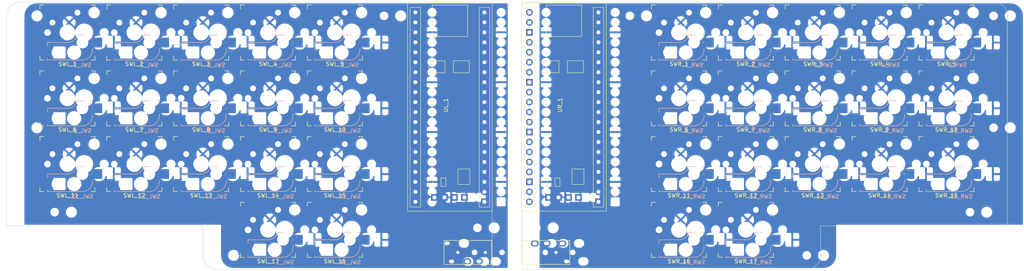
<source format=kicad_pcb>
(kicad_pcb (version 20211014) (generator pcbnew)
  (title_block (title "Ursa Keyboard") (date "2022-12-07") (rev "1.0"))
  (layers (0 "F.Cu" signal) (31 "B.Cu" power) (34 "B.Paste" user) (35 "F.Paste" user) (36 "B.SilkS" user "B.Silkscreen") (37 "F.SilkS" user "F.Silkscreen") (38 "B.Mask" user) (39 "F.Mask" user) (44 "Edge.Cuts" user))
  (net 0 "")
  (net 9 "/swl_1")
  (net 10 "GND_L")
  (net 11 "/swl_2")
  (net 12 "/swl_3")
  (net 13 "/swl_4")
  (net 14 "/swl_5")
  (net 15 "/swl_6")
  (net 16 "/swl_7")
  (net 17 "/swl_8")
  (net 18 "/swl_9")
  (net 19 "/swl_10")
  (net 20 "/swl_11")
  (net 21 "/swl_12")
  (net 22 "/swl_13")
  (net 23 "/swl_14")
  (net 24 "/swl_15")
  (net 25 "/swl_16")
  (net 26 "/swl_17")
  (net 27 "/swr_1")
  (net 28 "/swr_2")
  (net 29 "/swr_3")
  (net 30 "/swr_4")
  (net 31 "/swr_5")
  (net 32 "/swr_6")
  (net 33 "/swr_7")
  (net 34 "/swr_8")
  (net 35 "/swr_9")
  (net 36 "/swr_10")
  (net 37 "/swr_11")
  (net 38 "/swr_12")
  (net 39 "/swr_13")
  (net 40 "/swr_14")
  (net 41 "/swr_15")
  (net 42 "/swr_16")
  (net 43 "/swr_17")
  (net 68 "GND_R")
  (footprint "keyswitches:Kailh_socket_MX_optional" (layer "F.Cu") (at 193.25 102.75)
    (fp_text reference "SWR_16" (at 0 8) (layer "F.SilkS"))
    (fp_text value "SW_Push")
    (fp_text user "${REFERENCE}" (at 3.81 8.255) (layer "B.SilkS") (effects (justify mirror)))
    (pad "" np_thru_hole circle (at 3.81 2.54) (size 3 3) (drill 3) (layers *.Cu *.Mask))
    (pad "" np_thru_hole circle (at 0 0) (size 3.9878 3.9878) (drill 3.9878) (layers *.Cu *.Mask))
    (pad "" np_thru_hole circle (at -5.08 0) (size 1.7018 1.7018) (drill 1.7018) (layers *.Cu *.Mask))
    (pad "" np_thru_hole circle (at 5.08 0) (size 1.7018 1.7018) (drill 1.7018) (layers *.Cu *.Mask))
    (pad "" np_thru_hole circle (at -2.54 5.08) (size 3 3) (drill 3) (layers *.Cu *.Mask))
    (pad "1" thru_hole circle (at 2.54 -5.08) (size 2.286 2.286) (drill 1.4986) (layers *.Cu *.Mask) (net 42 "/swr_16"))
    (pad "1" smd rect (at -6.29 5.08) (size 2.55 2.5) (layers "B.Cu" "B.Paste" "B.Mask") (net 42 "/swr_16"))
    (pad "2" smd rect (at 7.56 2.54) (size 2.55 2.5) (layers "B.Cu" "B.Paste" "B.Mask") (net 68 "GND_R"))
    (pad "2" thru_hole circle (at -3.81 -2.54) (size 2.286 2.286) (drill 1.4986) (layers *.Cu *.Mask) (net 68 "GND_R"))
  )
  (footprint "WeAct-RP2040-Pico:WeAct-RP2040-Pico" (layer "F.Cu") (at 164 71.5)
    (fp_text reference "UR_1" (at -1.016 -0.508 90 unlocked) (layer "F.SilkS"))
    (fp_text value "WeAct-RP2040-Pico")
    (pad "1" thru_hole circle (at -8.79 -24.142) (size 1.7 1.7) (drill 1) (layers *.Cu *.Mask) (net 27 "/swr_1"))
    (pad "2" thru_hole oval (at -8.79 -21.602) (size 1.7 1.7) (drill 1) (layers *.Cu *.Mask) (net 28 "/swr_2"))
    (pad "3" thru_hole rect (at -8.79 -19.062) (size 1.7 1.7) (drill 1) (layers *.Cu *.Mask) (net 68 "GND_R"))
    (pad "4" thru_hole oval (at -8.79 -16.522) (size 1.7 1.7) (drill 1) (layers *.Cu *.Mask) (net 29 "/swr_3"))
    (pad "5" thru_hole oval (at -8.79 -13.982) (size 1.7 1.7) (drill 1) (layers *.Cu *.Mask) (net 30 "/swr_4"))
    (pad "6" thru_hole oval (at -8.79 -11.442) (size 1.7 1.7) (drill 1) (layers *.Cu *.Mask) (net 31 "/swr_5"))
    (pad "7" thru_hole oval (at -8.79 -8.902) (size 1.7 1.7) (drill 1) (layers *.Cu *.Mask) (net 32 "/swr_6"))
    (pad "8" thru_hole rect (at -8.79 -6.362) (size 1.7 1.7) (drill 1) (layers *.Cu *.Mask) (net 68 "GND_R"))
    (pad "9" thru_hole oval (at -8.79 -3.822) (size 1.7 1.7) (drill 1) (layers *.Cu *.Mask) (net 33 "/swr_7"))
    (pad "10" thru_hole oval (at -8.79 -1.282) (size 1.7 1.7) (drill 1) (layers *.Cu *.Mask) (net 34 "/swr_8"))
    (pad "11" thru_hole oval (at -8.79 1.258) (size 1.7 1.7) (drill 1) (layers *.Cu *.Mask) (net 35 "/swr_9"))
    (pad "12" thru_hole oval (at -8.79 3.798) (size 1.7 1.7) (drill 1) (layers *.Cu *.Mask) (net 36 "/swr_10"))
    (pad "13" thru_hole rect (at -8.79 6.338) (size 1.7 1.7) (drill 1) (layers *.Cu *.Mask) (net 68 "GND_R"))
    (pad "14" thru_hole oval (at -8.79 8.878) (size 1.7 1.7) (drill 1) (layers *.Cu *.Mask) (net 37 "/swr_11"))
    (pad "15" thru_hole oval (at -8.79 11.418) (size 1.7 1.7) (drill 1) (layers *.Cu *.Mask) (net 38 "/swr_12"))
    (pad "16" thru_hole oval (at -8.79 13.958) (size 1.7 1.7) (drill 1) (layers *.Cu *.Mask) (net 39 "/swr_13"))
    (pad "17" thru_hole oval (at -8.79 16.498) (size 1.7 1.7) (drill 1) (layers *.Cu *.Mask) (net 40 "/swr_14"))
    (pad "18" thru_hole rect (at -8.79 19.038) (size 1.7 1.7) (drill 1) (layers *.Cu *.Mask) (net 68 "GND_R"))
    (pad "19" thru_hole oval (at -8.79 21.578) (size 1.7 1.7) (drill 1) (layers *.Cu *.Mask) (net 41 "/swr_15"))
    (pad "20" thru_hole oval (at -8.79 24.118) (size 1.7 1.7) (drill 1) (layers *.Cu *.Mask) (net 42 "/swr_16"))
    (pad "21" thru_hole rect (at 8.774 24.118) (size 1.7 1.7) (drill 1) (layers *.Cu *.Mask) (net 43 "/swr_17"))
    (pad "22" thru_hole oval (at 8.774 21.578) (size 1.7 1.7) (drill 1) (layers *.Cu *.Mask))
    (pad "23" thru_hole rect (at 8.774 19.038) (size 1.7 1.7) (drill 1) (layers *.Cu *.Mask) (net 68 "GND_R"))
    (pad "24" thru_hole oval (at 8.774 16.498) (size 1.7 1.7) (drill 1) (layers *.Cu *.Mask))
    (pad "25" thru_hole oval (at 8.774 13.958) (size 1.7 1.7) (drill 1) (layers *.Cu *.Mask))
    (pad "26" thru_hole oval (at 8.774 11.418) (size 1.7 1.7) (drill 1) (layers *.Cu *.Mask))
    (pad "27" thru_hole oval (at 8.774 8.878) (size 1.7 1.7) (drill 1) (layers *.Cu *.Mask))
    (pad "28" thru_hole rect (at 8.774 6.338) (size 1.7 1.7) (drill 1) (layers *.Cu *.Mask) (net 68 "GND_R"))
    (pad "29" thru_hole oval (at 8.774 3.798) (size 1.7 1.7) (drill 1) (layers *.Cu *.Mask))
    (pad "30" thru_hole oval (at 8.774 1.258) (size 1.7 1.7) (drill 1) (layers *.Cu *.Mask))
    (pad "31" thru_hole oval (at 8.774 -1.282) (size 1.7 1.7) (drill 1) (layers *.Cu *.Mask))
    (pad "32" thru_hole oval (at 8.774 -3.822) (size 1.7 1.7) (drill 1) (layers *.Cu *.Mask))
    (pad "33" thru_hole rect (at 8.774 -6.362) (size 1.7 1.7) (drill 1) (layers *.Cu *.Mask) (net 68 "GND_R"))
    (pad "34" thru_hole oval (at 8.774 -8.902) (size 1.7 1.7) (drill 1) (layers *.Cu *.Mask))
    (pad "35" thru_hole oval (at 8.774 -11.442) (size 1.7 1.7) (drill 1) (layers *.Cu *.Mask))
    (pad "36" thru_hole oval (at 8.774 -13.982) (size 1.7 1.7) (drill 1) (layers *.Cu *.Mask))
    (pad "37" thru_hole oval (at 8.774 -16.522) (size 1.7 1.7) (drill 1) (layers *.Cu *.Mask))
    (pad "38" thru_hole rect (at 8.774 -19.062) (size 1.7 1.7) (drill 1) (layers *.Cu *.Mask) (net 68 "GND_R"))
    (pad "39" thru_hole oval (at 8.774 -21.602) (size 1.7 1.7) (drill 1) (layers *.Cu *.Mask))
    (pad "40" thru_hole circle (at 8.774 -24.142) (size 1.7 1.7) (drill 1) (layers *.Cu *.Mask))
    (pad "41" thru_hole rect (at -3.937 22.987 90) (size 1.7 1.7) (drill 1) (layers *.Cu *.Mask) (net 68 "GND_R"))
    (pad "42" thru_hole rect (at -1.397 22.987 90) (size 1.7 1.7) (drill 1) (layers *.Cu *.Mask))
    (pad "43" thru_hole rect (at 1.143 22.987 90) (size 1.7 1.7) (drill 1) (layers *.Cu *.Mask))
    (pad "44" thru_hole rect (at 3.683 22.987 90) (size 1.7 1.7) (drill 1) (layers *.Cu *.Mask))
  )
  (footprint "keyswitches:Kailh_socket_MX_optional" (layer "F.Cu") (at 210.25 52.5)
    (fp_text reference "SWR_2" (at 0 8) (layer "F.SilkS"))
    (fp_text value "SW_Push")
    (fp_text user "${REFERENCE}" (at 3.81 8.255) (layer "B.SilkS") (effects (justify mirror)))
    (pad "" np_thru_hole circle (at 5.08 0) (size 1.7018 1.7018) (drill 1.7018) (layers *.Cu *.Mask))
    (pad "" np_thru_hole circle (at -5.08 0) (size 1.7018 1.7018) (drill 1.7018) (layers *.Cu *.Mask))
    (pad "" np_thru_hole circle (at 0 0) (size 3.9878 3.9878) (drill 3.9878) (layers *.Cu *.Mask))
    (pad "" np_thru_hole circle (at -2.54 5.08) (size 3 3) (drill 3) (layers *.Cu *.Mask))
    (pad "" np_thru_hole circle (at 3.81 2.54) (size 3 3) (drill 3) (layers *.Cu *.Mask))
    (pad "1" smd rect (at -6.29 5.08) (size 2.55 2.5) (layers "B.Cu" "B.Paste" "B.Mask") (net 28 "/swr_2"))
    (pad "1" thru_hole circle (at 2.54 -5.08) (size 2.286 2.286) (drill 1.4986) (layers *.Cu *.Mask) (net 28 "/swr_2"))
    (pad "2" smd rect (at 7.56 2.54) (size 2.55 2.5) (layers "B.Cu" "B.Paste" "B.Mask") (net 68 "GND_R"))
    (pad "2" thru_hole circle (at -3.81 -2.54) (size 2.286 2.286) (drill 1.4986) (layers *.Cu *.Mask) (net 68 "GND_R"))
  )
  (footprint "keyswitches:Kailh_socket_MX_optional" (layer "F.Cu") (at 244.25 69.25)
    (fp_text reference "SWR_9" (at 0 8) (layer "F.SilkS"))
    (fp_text value "SW_Push")
    (fp_text user "${REFERENCE}" (at 3.81 8.255) (layer "B.SilkS") (effects (justify mirror)))
    (pad "" np_thru_hole circle (at 3.81 2.54) (size 3 3) (drill 3) (layers *.Cu *.Mask))
    (pad "" np_thru_hole circle (at -5.08 0) (size 1.7018 1.7018) (drill 1.7018) (layers *.Cu *.Mask))
    (pad "" np_thru_hole circle (at -2.54 5.08) (size 3 3) (drill 3) (layers *.Cu *.Mask))
    (pad "" np_thru_hole circle (at 5.08 0) (size 1.7018 1.7018) (drill 1.7018) (layers *.Cu *.Mask))
    (pad "" np_thru_hole circle (at 0 0) (size 3.9878 3.9878) (drill 3.9878) (layers *.Cu *.Mask))
    (pad "1" smd rect (at -6.29 5.08) (size 2.55 2.5) (layers "B.Cu" "B.Paste" "B.Mask") (net 35 "/swr_9"))
    (pad "1" thru_hole circle (at 2.54 -5.08) (size 2.286 2.286) (drill 1.4986) (layers *.Cu *.Mask) (net 35 "/swr_9"))
    (pad "2" thru_hole circle (at -3.81 -2.54) (size 2.286 2.286) (drill 1.4986) (layers *.Cu *.Mask) (net 68 "GND_R"))
    (pad "2" smd rect (at 7.56 2.54) (size 2.55 2.5) (layers "B.Cu" "B.Paste" "B.Mask") (net 68 "GND_R"))
  )
  (footprint "keyswitches:Kailh_socket_MX_optional" (layer "F.Cu") (at 193.25 69.25)
    (fp_text reference "SWR_6" (at 0 8) (layer "F.SilkS"))
    (fp_text value "SW_Push")
    (fp_text user "${REFERENCE}" (at 3.81 8.255) (layer "B.SilkS") (effects (justify mirror)))
    (pad "" np_thru_hole circle (at 3.81 2.54) (size 3 3) (drill 3) (layers *.Cu *.Mask))
    (pad "" np_thru_hole circle (at -2.54 5.08) (size 3 3) (drill 3) (layers *.Cu *.Mask))
    (pad "" np_thru_hole circle (at 5.08 0) (size 1.7018 1.7018) (drill 1.7018) (layers *.Cu *.Mask))
    (pad "" np_thru_hole circle (at 0 0) (size 3.9878 3.9878) (drill 3.9878) (layers *.Cu *.Mask))
    (pad "" np_thru_hole circle (at -5.08 0) (size 1.7018 1.7018) (drill 1.7018) (layers *.Cu *.Mask))
    (pad "1" smd rect (at -6.29 5.08) (size 2.55 2.5) (layers "B.Cu" "B.Paste" "B.Mask") (net 32 "/swr_6"))
    (pad "1" thru_hole circle (at 2.54 -5.08) (size 2.286 2.286) (drill 1.4986) (layers *.Cu *.Mask) (net 32 "/swr_6"))
    (pad "2" thru_hole circle (at -3.81 -2.54) (size 2.286 2.286) (drill 1.4986) (layers *.Cu *.Mask) (net 68 "GND_R"))
    (pad "2" smd rect (at 7.56 2.54) (size 2.55 2.5) (layers "B.Cu" "B.Paste" "B.Mask") (net 68 "GND_R"))
  )
  (footprint "keyswitches:Kailh_socket_MX_optional" (layer "F.Cu") (at 210.25 86)
    (fp_text reference "SWR_12" (at 0 8) (layer "F.SilkS"))
    (fp_text value "SW_Push")
    (fp_text user "${REFERENCE}" (at 3.81 8.255) (layer "B.SilkS") (effects (justify mirror)))
    (pad "" np_thru_hole circle (at 0 0) (size 3.9878 3.9878) (drill 3.9878) (layers *.Cu *.Mask))
    (pad "" np_thru_hole circle (at 3.81 2.54) (size 3 3) (drill 3) (layers *.Cu *.Mask))
    (pad "" np_thru_hole circle (at -5.08 0) (size 1.7018 1.7018) (drill 1.7018) (layers *.Cu *.Mask))
    (pad "" np_thru_hole circle (at 5.08 0) (size 1.7018 1.7018) (drill 1.7018) (layers *.Cu *.Mask))
    (pad "" np_thru_hole circle (at -2.54 5.08) (size 3 3) (drill 3) (layers *.Cu *.Mask))
    (pad "1" thru_hole circle (at 2.54 -5.08) (size 2.286 2.286) (drill 1.4986) (layers *.Cu *.Mask) (net 38 "/swr_12"))
    (pad "1" smd rect (at -6.29 5.08) (size 2.55 2.5) (layers "B.Cu" "B.Paste" "B.Mask") (net 38 "/swr_12"))
    (pad "2" thru_hole circle (at -3.81 -2.54) (size 2.286 2.286) (drill 1.4986) (layers *.Cu *.Mask) (net 68 "GND_R"))
    (pad "2" smd rect (at 7.56 2.54) (size 2.55 2.5) (layers "B.Cu" "B.Paste" "B.Mask") (net 68 "GND_R"))
  )
  (footprint "keyswitches:Kailh_socket_MX_optional" (layer "F.Cu") (at 210.25 69.25)
    (fp_text reference "SWR_7" (at 0 8) (layer "F.SilkS"))
    (fp_text value "SW_Push")
    (fp_text user "${REFERENCE}" (at 3.81 8.255) (layer "B.SilkS") (effects (justify mirror)))
    (pad "" np_thru_hole circle (at -5.08 0) (size 1.7018 1.7018) (drill 1.7018) (layers *.Cu *.Mask))
    (pad "" np_thru_hole circle (at 0 0) (size 3.9878 3.9878) (drill 3.9878) (layers *.Cu *.Mask))
    (pad "" np_thru_hole circle (at 5.08 0) (size 1.7018 1.7018) (drill 1.7018) (layers *.Cu *.Mask))
    (pad "" np_thru_hole circle (at -2.54 5.08) (size 3 3) (drill 3) (layers *.Cu *.Mask))
    (pad "" np_thru_hole circle (at 3.81 2.54) (size 3 3) (drill 3) (layers *.Cu *.Mask))
    (pad "1" thru_hole circle (at 2.54 -5.08) (size 2.286 2.286) (drill 1.4986) (layers *.Cu *.Mask) (net 33 "/swr_7"))
    (pad "1" smd rect (at -6.29 5.08) (size 2.55 2.5) (layers "B.Cu" "B.Paste" "B.Mask") (net 33 "/swr_7"))
    (pad "2" smd rect (at 7.56 2.54) (size 2.55 2.5) (layers "B.Cu" "B.Paste" "B.Mask") (net 68 "GND_R"))
    (pad "2" thru_hole circle (at -3.81 -2.54) (size 2.286 2.286) (drill 1.4986) (layers *.Cu *.Mask) (net 68 "GND_R"))
  )
  (footprint "Keebio:TRRS-PJ-320A" (layer "F.Cu") (at 145.6125 108.5 -90)
    (fp_text reference "JL_1")
    (fp_text value "TRRS")
    (pad "" np_thru_hole circle (at 0 8.6 270) (size 0.8 0.8) (drill 0.8) (layers *.Cu *.Mask))
    (pad "" np_thru_hole circle (at 0 1.6 270) (size 0.8 0.8) (drill 0.8) (layers *.Cu *.Mask))
    (pad "1" thru_hole oval (at -2.3 11.3 270) (size 1.6 2) (drill oval 0.9 1.3) (layers *.Cu *.Mask))
    (pad "2" thru_hole oval (at 2.3 10.2 270) (size 1.6 2) (drill oval 0.9 1.3) (layers *.Cu *.Mask))
    (pad "3" thru_hole oval (at 2.3 6.2 270) (size 1.6 2) (drill oval 0.9 1.3) (layers *.Cu *.Mask))
    (pad "4" thru_hole oval (at 2.3 3.2 270) (size 1.6 2) (drill oval 0.9 1.3) (layers *.Cu *.Mask))
  )
  (footprint "keyswitches:Kailh_socket_MX_optional" (layer "F.Cu") (at 88.75 69.25)
    (fp_text reference "SWL_9" (at 0 8) (layer "F.SilkS"))
    (fp_text value "SW_Push")
    (fp_text user "${REFERENCE}" (at 3.81 8.255) (layer "B.SilkS") (effects (justify mirror)))
    (pad "" np_thru_hole circle (at 5.08 0) (size 1.7018 1.7018) (drill 1.7018) (layers *.Cu *.Mask))
    (pad "" np_thru_hole circle (at -2.54 5.08) (size 3 3) (drill 3) (layers *.Cu *.Mask))
    (pad "" np_thru_hole circle (at 0 0) (size 3.9878 3.9878) (drill 3.9878) (layers *.Cu *.Mask))
    (pad "" np_thru_hole circle (at 3.81 2.54) (size 3 3) (drill 3) (layers *.Cu *.Mask))
    (pad "" np_thru_hole circle (at -5.08 0) (size 1.7018 1.7018) (drill 1.7018) (layers *.Cu *.Mask))
    (pad "1" smd rect (at -6.29 5.08) (size 2.55 2.5) (layers "B.Cu" "B.Paste" "B.Mask") (net 18 "/swl_9"))
    (pad "1" thru_hole circle (at 2.54 -5.08) (size 2.286 2.286) (drill 1.4986) (layers *.Cu *.Mask) (net 18 "/swl_9"))
    (pad "2" smd rect (at 7.56 2.54) (size 2.55 2.5) (layers "B.Cu" "B.Paste" "B.Mask") (net 10 "GND_L"))
    (pad "2" thru_hole circle (at -3.81 -2.54) (size 2.286 2.286) (drill 1.4986) (layers *.Cu *.Mask) (net 10 "GND_L"))
  )
  (footprint "keyswitches:Kailh_socket_MX_optional" (layer "F.Cu") (at 244.25 86)
    (fp_text reference "SWR_14" (at 0 8) (layer "F.SilkS"))
    (fp_text value "SW_Push")
    (fp_text user "${REFERENCE}" (at 3.81 8.255) (layer "B.SilkS") (effects (justify mirror)))
    (pad "" np_thru_hole circle (at 0 0) (size 3.9878 3.9878) (drill 3.9878) (layers *.Cu *.Mask))
    (pad "" np_thru_hole circle (at 3.81 2.54) (size 3 3) (drill 3) (layers *.Cu *.Mask))
    (pad "" np_thru_hole circle (at -2.54 5.08) (size 3 3) (drill 3) (layers *.Cu *.Mask))
    (pad "" np_thru_hole circle (at -5.08 0) (size 1.7018 1.7018) (drill 1.7018) (layers *.Cu *.Mask))
    (pad "" np_thru_hole circle (at 5.08 0) (size 1.7018 1.7018) (drill 1.7018) (layers *.Cu *.Mask))
    (pad "1" thru_hole circle (at 2.54 -5.08) (size 2.286 2.286) (drill 1.4986) (layers *.Cu *.Mask) (net 40 "/swr_14"))
    (pad "1" smd rect (at -6.29 5.08) (size 2.55 2.5) (layers "B.Cu" "B.Paste" "B.Mask") (net 40 "/swr_14"))
    (pad "2" thru_hole circle (at -3.81 -2.54) (size 2.286 2.286) (drill 1.4986) (layers *.Cu *.Mask) (net 68 "GND_R"))
    (pad "2" smd rect (at 7.56 2.54) (size 2.55 2.5) (layers "B.Cu" "B.Paste" "B.Mask") (net 68 "GND_R"))
  )
  (footprint "keyswitches:Kailh_socket_MX_optional" (layer "F.Cu") (at 88.75 102.75)
    (fp_text reference "SWL_17" (at 0 8) (layer "F.SilkS"))
    (fp_text value "SW_Push")
    (fp_text user "${REFERENCE}" (at 3.81 8.255) (layer "B.SilkS") (effects (justify mirror)))
    (pad "" np_thru_hole circle (at 0 0) (size 3.9878 3.9878) (drill 3.9878) (layers *.Cu *.Mask))
    (pad "" np_thru_hole circle (at -5.08 0) (size 1.7018 1.7018) (drill 1.7018) (layers *.Cu *.Mask))
    (pad "" np_thru_hole circle (at 5.08 0) (size 1.7018 1.7018) (drill 1.7018) (layers *.Cu *.Mask))
    (pad "" np_thru_hole circle (at 3.81 2.54) (size 3 3) (drill 3) (layers *.Cu *.Mask))
    (pad "" np_thru_hole circle (at -2.54 5.08) (size 3 3) (drill 3) (layers *.Cu *.Mask))
    (pad "1" smd rect (at -6.29 5.08) (size 2.55 2.5) (layers "B.Cu" "B.Paste" "B.Mask") (net 26 "/swl_17"))
    (pad "1" thru_hole circle (at 2.54 -5.08) (size 2.286 2.286) (drill 1.4986) (layers *.Cu *.Mask) (net 26 "/swl_17"))
    (pad "2" smd rect (at 7.56 2.54) (size 2.55 2.5) (layers "B.Cu" "B.Paste" "B.Mask") (net 10 "GND_L"))
    (pad "2" thru_hole circle (at -3.81 -2.54) (size 2.286 2.286) (drill 1.4986) (layers *.Cu *.Mask) (net 10 "GND_L"))
  )
  (footprint "MountingHole:MountingHole_2.2mm_M2" (layer "F.Cu") (at 118.25 48.25)
    (fp_text reference "HL_4")
    (fp_text value "MountingHole")
    (pad "" np_thru_hole circle (at 0 0) (size 2.2 2.2) (drill 2.2) (layers *.Cu *.Mask))
  )
  (footprint "MountingHole:MountingHole_2.2mm_M2" (layer "F.Cu") (at 75.75 109.25)
    (fp_text reference "HL_6")
    (fp_text value "MountingHole")
    (pad "" np_thru_hole circle (at 0 0) (size 2.2 2.2) (drill 2.2) (layers *.Cu *.Mask))
  )
  (footprint "keyswitches:Kailh_socket_MX_optional" (layer "F.Cu") (at 37.75 52.5)
    (fp_text reference "SWL_1" (at 0 8) (layer "F.SilkS"))
    (fp_text value "SW_Push")
    (fp_text user "${REFERENCE}" (at 3.81 8.255) (layer "B.SilkS") (effects (justify mirror)))
    (pad "" np_thru_hole circle (at 0 0) (size 3.9878 3.9878) (drill 3.9878) (layers *.Cu *.Mask))
    (pad "" np_thru_hole circle (at 5.08 0) (size 1.7018 1.7018) (drill 1.7018) (layers *.Cu *.Mask))
    (pad "" np_thru_hole circle (at 3.81 2.54) (size 3 3) (drill 3) (layers *.Cu *.Mask))
    (pad "" np_thru_hole circle (at -2.54 5.08) (size 3 3) (drill 3) (layers *.Cu *.Mask))
    (pad "" np_thru_hole circle (at -5.08 0) (size 1.7018 1.7018) (drill 1.7018) (layers *.Cu *.Mask))
    (pad "1" thru_hole circle (at 2.54 -5.08) (size 2.286 2.286) (drill 1.4986) (layers *.Cu *.Mask) (net 9 "/swl_1"))
    (pad "1" smd rect (at -6.29 5.08) (size 2.55 2.5) (layers "B.Cu" "B.Paste" "B.Mask") (net 9 "/swl_1"))
    (pad "2" thru_hole circle (at -3.81 -2.54) (size 2.286 2.286) (drill 1.4986) (layers *.Cu *.Mask) (net 10 "GND_L"))
    (pad "2" smd rect (at 7.56 2.54) (size 2.55 2.5) (layers "B.Cu" "B.Paste" "B.Mask") (net 10 "GND_L"))
  )
  (footprint "keyswitches:Kailh_socket_MX_optional" (layer "F.Cu") (at 37.75 86)
    (fp_text reference "SWL_11" (at 0 8) (layer "F.SilkS"))
    (fp_text value "SW_Push")
    (fp_text user "${REFERENCE}" (at 3.81 8.255) (layer "B.SilkS") (effects (justify mirror)))
    (pad "" np_thru_hole circle (at 3.81 2.54) (size 3 3) (drill 3) (layers *.Cu *.Mask))
    (pad "" np_thru_hole circle (at -5.08 0) (size 1.7018 1.7018) (drill 1.7018) (layers *.Cu *.Mask))
    (pad "" np_thru_hole circle (at 0 0) (size 3.9878 3.9878) (drill 3.9878) (layers *.Cu *.Mask))
    (pad "" np_thru_hole circle (at 5.08 0) (size 1.7018 1.7018) (drill 1.7018) (layers *.Cu *.Mask))
    (pad "" np_thru_hole circle (at -2.54 5.08) (size 3 3) (drill 3) (layers *.Cu *.Mask))
    (pad "1" smd rect (at -6.29 5.08) (size 2.55 2.5) (layers "B.Cu" "B.Paste" "B.Mask") (net 20 "/swl_11"))
    (pad "1" thru_hole circle (at 2.54 -5.08) (size 2.286 2.286) (drill 1.4986) (layers *.Cu *.Mask) (net 20 "/swl_11"))
    (pad "2" thru_hole circle (at -3.81 -2.54) (size 2.286 2.286) (drill 1.4986) (layers *.Cu *.Mask) (net 10 "GND_L"))
    (pad "2" smd rect (at 7.56 2.54) (size 2.55 2.5) (layers "B.Cu" "B.Paste" "B.Mask") (net 10 "GND_L"))
  )
  (footprint "keyswitches:Kailh_socket_MX_optional" (layer "F.Cu") (at 210.25 102.75)
    (fp_text reference "SWR_17" (at 0 8) (layer "F.SilkS"))
    (fp_text value "SW_Push")
    (fp_text user "${REFERENCE}" (at 3.81 8.255) (layer "B.SilkS") (effects (justify mirror)))
    (pad "" np_thru_hole circle (at 0 0) (size 3.9878 3.9878) (drill 3.9878) (layers *.Cu *.Mask))
    (pad "" np_thru_hole circle (at -5.08 0) (size 1.7018 1.7018) (drill 1.7018) (layers *.Cu *.Mask))
    (pad "" np_thru_hole circle (at 5.08 0) (size 1.7018 1.7018) (drill 1.7018) (layers *.Cu *.Mask))
    (pad "" np_thru_hole circle (at 3.81 2.54) (size 3 3) (drill 3) (layers *.Cu *.Mask))
    (pad "" np_thru_hole circle (at -2.54 5.08) (size 3 3) (drill 3) (layers *.Cu *.Mask))
    (pad "1" thru_hole circle (at 2.54 -5.08) (size 2.286 2.286) (drill 1.4986) (layers *.Cu *.Mask) (net 43 "/swr_17"))
    (pad "1" smd rect (at -6.29 5.08) (size 2.55 2.5) (layers "B.Cu" "B.Paste" "B.Mask") (net 43 "/swr_17"))
    (pad "2" smd rect (at 7.56 2.54) (size 2.55 2.5) (layers "B.Cu" "B.Paste" "B.Mask") (net 68 "GND_R"))
    (pad "2" thru_hole circle (at -3.81 -2.54) (size 2.286 2.286) (drill 1.4986) (layers *.Cu *.Mask) (net 68 "GND_R"))
  )
  (footprint "keyswitches:Kailh_socket_MX_optional" (layer "F.Cu") (at 261.25 52.5)
    (fp_text reference "SWR_5" (at 0 8) (layer "F.SilkS"))
    (fp_text value "SW_Push")
    (fp_text user "${REFERENCE}" (at 2.81 8.255) (layer "B.SilkS") (effects (justify mirror)))
    (pad "" np_thru_hole circle (at -2.54 5.08) (size 3 3) (drill 3) (layers *.Cu *.Mask))
    (pad "" np_thru_hole circle (at 3.81 2.54) (size 3 3) (drill 3) (layers *.Cu *.Mask))
    (pad "" np_thru_hole circle (at 0 0) (size 3.9878 3.9878) (drill 3.9878) (layers *.Cu *.Mask))
    (pad "" np_thru_hole circle (at 5.08 0) (size 1.7018 1.7018) (drill 1.7018) (layers *.Cu *.Mask))
    (pad "" np_thru_hole circle (at -5.08 0) (size 1.7018 1.7018) (drill 1.7018) (layers *.Cu *.Mask))
    (pad "1" thru_hole circle (at 2.54 -5.08) (size 2.286 2.286) (drill 1.4986) (layers *.Cu *.Mask) (net 31 "/swr_5"))
    (pad "1" smd rect (at -6.29 5.08) (size 2.55 2.5) (layers "B.Cu" "B.Paste" "B.Mask") (net 31 "/swr_5"))
    (pad "2" smd rect (at 7.56 2.54) (size 2.55 2.5) (layers "B.Cu" "B.Paste" "B.Mask") (net 68 "GND_R"))
    (pad "2" thru_hole circle (at -3.81 -2.54) (size 2.286 2.286) (drill 1.4986) (layers *.Cu *.Mask) (net 68 "GND_R"))
  )
  (footprint "WeAct-RP2040-Pico:WeAct-RP2040-Pico" (layer "F.Cu") (at 135 71.5)
    (fp_text reference "UL_1" (at -1.016 -0.508 90 unlocked) (layer "F.SilkS"))
    (fp_text value "WeAct-RP2040-Pico")
    (pad "1" thru_hole circle (at -8.79 -24.142) (size 1.7 1.7) (drill 1) (layers *.Cu *.Mask) (net 9 "/swl_1"))
    (pad "2" thru_hole oval (at -8.79 -21.602) (size 1.7 1.7) (drill 1) (layers *.Cu *.Mask) (net 11 "/swl_2"))
    (pad "3" thru_hole rect (at -8.79 -19.062) (size 1.7 1.7) (drill 1) (layers *.Cu *.Mask) (net 10 "GND_L"))
    (pad "4" thru_hole oval (at -8.79 -16.522) (size 1.7 1.7) (drill 1) (layers *.Cu *.Mask) (net 12 "/swl_3"))
    (pad "5" thru_hole oval (at -8.79 -13.982) (size 1.7 1.7) (drill 1) (layers *.Cu *.Mask) (net 13 "/swl_4"))
    (pad "6" thru_hole oval (at -8.79 -11.442) (size 1.7 1.7) (drill 1) (layers *.Cu *.Mask) (net 14 "/swl_5"))
    (pad "7" thru_hole oval (at -8.79 -8.902) (size 1.7 1.7) (drill 1) (layers *.Cu *.Mask) (net 15 "/swl_6"))
    (pad "8" thru_hole rect (at -8.79 -6.362) (size 1.7 1.7) (drill 1) (layers *.Cu *.Mask) (net 10 "GND_L"))
    (pad "9" thru_hole oval (at -8.79 -3.822) (size 1.7 1.7) (drill 1) (layers *.Cu *.Mask) (net 16 "/swl_7"))
    (pad "10" thru_hole oval (at -8.79 -1.282) (size 1.7 1.7) (drill 1) (layers *.Cu *.Mask) (net 17 "/swl_8"))
    (pad "11" thru_hole oval (at -8.79 1.258) (size 1.7 1.7) (drill 1) (layers *.Cu *.Mask) (net 18 "/swl_9"))
    (pad "12" thru_hole oval (at -8.79 3.798) (size 1.7 1.7) (drill 1) (layers *.Cu *.Mask) (net 19 "/swl_10"))
    (pad "13" thru_hole rect (at -8.79 6.338) (size 1.7 1.7) (drill 1) (layers *.Cu *.Mask) (net 10 "GND_L"))
    (pad "14" thru_hole oval (at -8.79 8.878) (size 1.7 1.7) (drill 1) (layers *.Cu *.Mask) (net 20 "/swl_11"))
    (pad "15" thru_hole oval (at -8.79 11.418) (size 1.7 1.7) (drill 1) (layers *.Cu *.Mask) (net 21 "/swl_12"))
    (pad "16" thru_hole oval (at -8.79 13.958) (size 1.7 1.7) (drill 1) (layers *.Cu *.Mask) (net 22 "/swl_13"))
    (pad "17" thru_hole oval (at -8.79 16.498) (size 1.7 1.7) (drill 1) (layers *.Cu *.Mask) (net 23 "/swl_14"))
    (pad "18" thru_hole rect (at -8.79 19.038) (size 1.7 1.7) (drill 1) (layers *.Cu *.Mask) (net 10 "GND_L"))
    (pad "19" thru_hole oval (at -8.79 21.578) (size 1.7 1.7) (drill 1) (layers *.Cu *.Mask) (net 24 "/swl_15"))
    (pad "20" thru_hole oval (at -8.79 24.118) (size 1.7 1.7) (drill 1) (layers *.Cu *.Mask) (net 25 "/swl_16"))
    (pad "21" thru_hole rect (at 8.774 24.118) (size 1.7 1.7) (drill 1) (layers *.Cu *.Mask) (net 26 "/swl_17"))
    (pad "22" thru_hole oval (at 8.774 21.578) (size 1.7 1.7) (drill 1) (layers *.Cu *.Mask))
    (pad "23" thru_hole rect (at 8.774 19.038) (size 1.7 1.7) (drill 1) (layers *.Cu *.Mask) (net 10 "GND_L"))
    (pad "24" thru_hole oval (at 8.774 16.498) (size 1.7 1.7) (drill 1) (layers *.Cu *.Mask))
    (pad "25" thru_hole oval (at 8.774 13.958) (size 1.7 1.7) (drill 1) (layers *.Cu *.Mask))
    (pad "26" thru_hole oval (at 8.774 11.418) (size 1.7 1.7) (drill 1) (layers *.Cu *.Mask))
    (pad "27" thru_hole oval (at 8.774 8.878) (size 1.7 1.7) (drill 1) (layers *.Cu *.Mask))
    (pad "28" thru_hole rect (at 8.774 6.338) (size 1.7 1.7) (drill 1) (layers *.Cu *.Mask) (net 10 "GND_L"))
    (pad "29" thru_hole oval (at 8.774 3.798) (size 1.7 1.7) (drill 1) (layers *.Cu *.Mask))
    (pad "30" thru_hole oval (at 8.774 1.258) (size 1.7 1.7) (drill 1) (layers *.Cu *.Mask))
    (pad "31" thru_hole oval (at 8.774 -1.282) (size 1.7 1.7) (drill 1) (layers *.Cu *.Mask))
    (pad "32" thru_hole oval (at 8.774 -3.822) (size 1.7 1.7) (drill 1) (layers *.Cu *.Mask))
    (pad "33" thru_hole rect (at 8.774 -6.362) (size 1.7 1.7) (drill 1) (layers *.Cu *.Mask) (net 10 "GND_L"))
    (pad "34" thru_hole oval (at 8.774 -8.902) (size 1.7 1.7) (drill 1) (layers *.Cu *.Mask))
    (pad "35" thru_hole oval (at 8.774 -11.442) (size 1.7 1.7) (drill 1) (layers *.Cu *.Mask))
    (pad "36" thru_hole oval (at 8.774 -13.982) (size 1.7 1.7) (drill 1) (layers *.Cu *.Mask))
    (pad "37" thru_hole oval (at 8.774 -16.522) (size 1.7 1.7) (drill 1) (layers *.Cu *.Mask))
    (pad "38" thru_hole rect (at 8.774 -19.062) (size 1.7 1.7) (drill 1) (layers *.Cu *.Mask) (net 10 "GND_L"))
    (pad "39" thru_hole oval (at 8.774 -21.602) (size 1.7 1.7) (drill 1) (layers *.Cu *.Mask))
    (pad "40" thru_hole circle (at 8.774 -24.142) (size 1.7 1.7) (drill 1) (layers *.Cu *.Mask))
    (pad "41" thru_hole rect (at -3.937 22.987 90) (size 1.7 1.7) (drill 1) (layers *.Cu *.Mask) (net 10 "GND_L"))
    (pad "42" thru_hole rect (at -1.397 22.987 90) (size 1.7 1.7) (drill 1) (layers *.Cu *.Mask))
    (pad "43" thru_hole rect (at 1.143 22.987 90) (size 1.7 1.7) (drill 1) (layers *.Cu *.Mask))
    (pad "44" thru_hole rect (at 3.683 22.987 90) (size 1.7 1.7) (drill 1) (layers *.Cu *.Mask))
  )
  (footprint "keyswitches:Kailh_socket_MX_optional" (layer "F.Cu") (at 54.75 86)
    (fp_text reference "SWL_12" (at 0 8) (layer "F.SilkS"))
    (fp_text value "SW_Push")
    (fp_text user "${REFERENCE}" (at 3.81 8.255) (layer "B.SilkS") (effects (justify mirror)))
    (pad "" np_thru_hole circle (at 0 0) (size 3.9878 3.9878) (drill 3.9878) (layers *.Cu *.Mask))
    (pad "" np_thru_hole circle (at -2.54 5.08) (size 3 3) (drill 3) (layers *.Cu *.Mask))
    (pad "" np_thru_hole circle (at 5.08 0) (size 1.7018 1.7018) (drill 1.7018) (layers *.Cu *.Mask))
    (pad "" np_thru_hole circle (at -5.08 0) (size 1.7018 1.7018) (drill 1.7018) (layers *.Cu *.Mask))
    (pad "" np_thru_hole circle (at 3.81 2.54) (size 3 3) (drill 3) (layers *.Cu *.Mask))
    (pad "1" smd rect (at -6.29 5.08) (size 2.55 2.5) (layers "B.Cu" "B.Paste" "B.Mask") (net 21 "/swl_12"))
    (pad "1" thru_hole circle (at 2.54 -5.08) (size 2.286 2.286) (drill 1.4986) (layers *.Cu *.Mask) (net 21 "/swl_12"))
    (pad "2" thru_hole circle (at -3.81 -2.54) (size 2.286 2.286) (drill 1.4986) (layers *.Cu *.Mask) (net 10 "GND_L"))
    (pad "2" smd rect (at 7.56 2.54) (size 2.55 2.5) (layers "B.Cu" "B.Paste" "B.Mask") (net 10 "GND_L"))
  )
  (footprint "keyswitches:Kailh_socket_MX_optional" (layer "F.Cu") (at 54.75 69.25)
    (fp_text reference "SWL_7" (at 0 8) (layer "F.SilkS"))
    (fp_text value "SW_Push")
    (fp_text user "${REFERENCE}" (at 3.81 8.255) (layer "B.SilkS") (effects (justify mirror)))
    (pad "" np_thru_hole circle (at 5.08 0) (size 1.7018 1.7018) (drill 1.7018) (layers *.Cu *.Mask))
    (pad "" np_thru_hole circle (at -5.08 0) (size 1.7018 1.7018) (drill 1.7018) (layers *.Cu *.Mask))
    (pad "" np_thru_hole circle (at 0 0) (size 3.9878 3.9878) (drill 3.9878) (layers *.Cu *.Mask))
    (pad "" np_thru_hole circle (at 3.81 2.54) (size 3 3) (drill 3) (layers *.Cu *.Mask))
    (pad "" np_thru_hole circle (at -2.54 5.08) (size 3 3) (drill 3) (layers *.Cu *.Mask))
    (pad "1" smd rect (at -6.29 5.08) (size 2.55 2.5) (layers "B.Cu" "B.Paste" "B.Mask") (net 16 "/swl_7"))
    (pad "1" thru_hole circle (at 2.54 -5.08) (size 2.286 2.286) (drill 1.4986) (layers *.Cu *.Mask) (net 16 "/swl_7"))
    (pad "2" smd rect (at 7.56 2.54) (size 2.55 2.5) (layers "B.Cu" "B.Paste" "B.Mask") (net 10 "GND_L"))
    (pad "2" thru_hole circle (at -3.81 -2.54) (size 2.286 2.286) (drill 1.4986) (layers *.Cu *.Mask) (net 10 "GND_L"))
  )
  (footprint "keyswitches:Kailh_socket_MX_optional" (layer "F.Cu") (at 71.75 86)
    (fp_text reference "SWL_13" (at 0 8) (layer "F.SilkS"))
    (fp_text value "SW_Push")
    (fp_text user "${REFERENCE}" (at 3.81 8.255) (layer "B.SilkS") (effects (justify mirror)))
    (pad "" np_thru_hole circle (at 3.81 2.54) (size 3 3) (drill 3) (layers *.Cu *.Mask))
    (pad "" np_thru_hole circle (at 0 0) (size 3.9878 3.9878) (drill 3.9878) (layers *.Cu *.Mask))
    (pad "" np_thru_hole circle (at -2.54 5.08) (size 3 3) (drill 3) (layers *.Cu *.Mask))
    (pad "" np_thru_hole circle (at 5.08 0) (size 1.7018 1.7018) (drill 1.7018) (layers *.Cu *.Mask))
    (pad "" np_thru_hole circle (at -5.08 0) (size 1.7018 1.7018) (drill 1.7018) (layers *.Cu *.Mask))
    (pad "1" smd rect (at -6.29 5.08) (size 2.55 2.5) (layers "B.Cu" "B.Paste" "B.Mask") (net 22 "/swl_13"))
    (pad "1" thru_hole circle (at 2.54 -5.08) (size 2.286 2.286) (drill 1.4986) (layers *.Cu *.Mask) (net 22 "/swl_13"))
    (pad "2" thru_hole circle (at -3.81 -2.54) (size 2.286 2.286) (drill 1.4986) (layers *.Cu *.Mask) (net 10 "GND_L"))
    (pad "2" smd rect (at 7.56 2.54) (size 2.55 2.5) (layers "B.Cu" "B.Paste" "B.Mask") (net 10 "GND_L"))
  )
  (footprint "keyswitches:Kailh_socket_MX_optional" (layer "F.Cu") (at 261.25 69.25)
    (fp_text reference "SWR_10" (at 0 8) (layer "F.SilkS"))
    (fp_text value "SW_Push")
    (fp_text user "${REFERENCE}" (at 3.81 8.255) (layer "B.SilkS") (effects (justify mirror)))
    (pad "" np_thru_hole circle (at 3.81 2.54) (size 3 3) (drill 3) (layers *.Cu *.Mask))
    (pad "" np_thru_hole circle (at -2.54 5.08) (size 3 3) (drill 3) (layers *.Cu *.Mask))
    (pad "" np_thru_hole circle (at 5.08 0) (size 1.7018 1.7018) (drill 1.7018) (layers *.Cu *.Mask))
    (pad "" np_thru_hole circle (at -5.08 0) (size 1.7018 1.7018) (drill 1.7018) (layers *.Cu *.Mask))
    (pad "" np_thru_hole circle (at 0 0) (size 3.9878 3.9878) (drill 3.9878) (layers *.Cu *.Mask))
    (pad "1" smd rect (at -6.29 5.08) (size 2.55 2.5) (layers "B.Cu" "B.Paste" "B.Mask") (net 36 "/swr_10"))
    (pad "1" thru_hole circle (at 2.54 -5.08) (size 2.286 2.286) (drill 1.4986) (layers *.Cu *.Mask) (net 36 "/swr_10"))
    (pad "2" thru_hole circle (at -3.81 -2.54) (size 2.286 2.286) (drill 1.4986) (layers *.Cu *.Mask) (net 68 "GND_R"))
    (pad "2" smd rect (at 7.56 2.54) (size 2.55 2.5) (layers "B.Cu" "B.Paste" "B.Mask") (net 68 "GND_R"))
  )
  (footprint "MountingHole:MountingHole_2.2mm_M2" (layer "F.Cu") (at 157 102.25)
    (fp_text reference "HR_5")
    (fp_text value "MountingHole")
    (pad "" np_thru_hole circle (at 0 0) (size 2.2 2.2) (drill 2.2) (layers *.Cu *.Mask))
  )
  (footprint "MountingHole:MountingHole_2.2mm_M2" (layer "F.Cu") (at 25.75 48.25)
    (fp_text reference "HL_3")
    (fp_text value "MountingHole")
    (pad "" np_thru_hole circle (at 0 0) (size 2.2 2.2) (drill 2.2) (layers *.Cu *.Mask))
  )
  (footprint "MountingHole:MountingHole_2.2mm_M2" (layer "F.Cu") (at 34.5 98.25)
    (fp_text reference "HL_1")
    (fp_text value "MountingHole")
    (pad "" np_thru_hole circle (at 0 0) (size 2.2 2.2) (drill 2.2) (layers *.Cu *.Mask))
  )
  (footprint "keyswitches:Kailh_socket_MX_optional" (layer "F.Cu") (at 71.75 52.5)
    (fp_text reference "SWL_3" (at 0 8) (layer "F.SilkS"))
    (fp_text value "SW_Push")
    (fp_text user "${REFERENCE}" (at 3.81 8.255) (layer "B.SilkS") (effects (justify mirror)))
    (pad "" np_thru_hole circle (at -2.54 5.08) (size 3 3) (drill 3) (layers *.Cu *.Mask))
    (pad "" np_thru_hole circle (at 3.81 2.54) (size 3 3) (drill 3) (layers *.Cu *.Mask))
    (pad "" np_thru_hole circle (at 0 0) (size 3.9878 3.9878) (drill 3.9878) (layers *.Cu *.Mask))
    (pad "" np_thru_hole circle (at -5.08 0) (size 1.7018 1.7018) (drill 1.7018) (layers *.Cu *.Mask))
    (pad "" np_thru_hole circle (at 5.08 0) (size 1.7018 1.7018) (drill 1.7018) (layers *.Cu *.Mask))
    (pad "1" smd rect (at -6.29 5.08) (size 2.55 2.5) (layers "B.Cu" "B.Paste" "B.Mask") (net 12 "/swl_3"))
    (pad "1" thru_hole circle (at 2.54 -5.08) (size 2.286 2.286) (drill 1.4986) (layers *.Cu *.Mask) (net 12 "/swl_3"))
    (pad "2" smd rect (at 7.56 2.54) (size 2.55 2.5) (layers "B.Cu" "B.Paste" "B.Mask") (net 10 "GND_L"))
    (pad "2" thru_hole circle (at -3.81 -2.54) (size 2.286 2.286) (drill 1.4986) (layers *.Cu *.Mask) (net 10 "GND_L"))
  )
  (footprint "keyswitches:Kailh_socket_MX_optional" (layer "F.Cu") (at 105.75 102.75)
    (fp_text reference "SWL_16" (at 0 8) (layer "F.SilkS"))
    (fp_text value "SW_Push")
    (fp_text user "${REFERENCE}" (at 3.81 8.255) (layer "B.SilkS") (effects (justify mirror)))
    (pad "" np_thru_hole circle (at 0 0) (size 3.9878 3.9878) (drill 3.9878) (layers *.Cu *.Mask))
    (pad "" np_thru_hole circle (at -5.08 0) (size 1.7018 1.7018) (drill 1.7018) (layers *.Cu *.Mask))
    (pad "" np_thru_hole circle (at 3.81 2.54) (size 3 3) (drill 3) (layers *.Cu *.Mask))
    (pad "" np_thru_hole circle (at 5.08 0) (size 1.7018 1.7018) (drill 1.7018) (layers *.Cu *.Mask))
    (pad "" np_thru_hole circle (at -2.54 5.08) (size 3 3) (drill 3) (layers *.Cu *.Mask))
    (pad "1" thru_hole circle (at 2.54 -5.08) (size 2.286 2.286) (drill 1.4986) (layers *.Cu *.Mask) (net 25 "/swl_16"))
    (pad "1" smd rect (at -6.29 5.08) (size 2.55 2.5) (layers "B.Cu" "B.Paste" "B.Mask") (net 25 "/swl_16"))
    (pad "2" thru_hole circle (at -3.81 -2.54) (size 2.286 2.286) (drill 1.4986) (layers *.Cu *.Mask) (net 10 "GND_L"))
    (pad "2" smd rect (at 7.56 2.54) (size 2.55 2.5) (layers "B.Cu" "B.Paste" "B.Mask") (net 10 "GND_L"))
  )
  (footprint "MountingHole:MountingHole_2.2mm_M2" (layer "F.Cu") (at 25.75 76.75)
    (fp_text reference "HL_2")
    (fp_text value "MountingHole")
    (pad "" np_thru_hole circle (at 0 0) (size 2.2 2.2) (drill 2.2) (layers *.Cu *.Mask))
  )
  (footprint "keyswitches:Kailh_socket_MX_optional" (layer "F.Cu") (at 227.25 69.25)
    (fp_text reference "SWR_8" (at 0 8) (layer "F.SilkS"))
    (fp_text value "SW_Push")
    (fp_text user "${REFERENCE}" (at 3.81 8.255) (layer "B.SilkS") (effects (justify mirror)))
    (pad "" np_thru_hole circle (at -2.54 5.08) (size 3 3) (drill 3) (layers *.Cu *.Mask))
    (pad "" np_thru_hole circle (at 0 0) (size 3.9878 3.9878) (drill 3.9878) (layers *.Cu *.Mask))
    (pad "" np_thru_hole circle (at -5.08 0) (size 1.7018 1.7018) (drill 1.7018) (layers *.Cu *.Mask))
    (pad "" np_thru_hole circle (at 3.81 2.54) (size 3 3) (drill 3) (layers *.Cu *.Mask))
    (pad "" np_thru_hole circle (at 5.08 0) (size 1.7018 1.7018) (drill 1.7018) (layers *.Cu *.Mask))
    (pad "1" smd rect (at -6.29 5.08) (size 2.55 2.5) (layers "B.Cu" "B.Paste" "B.Mask") (net 34 "/swr_8"))
    (pad "1" thru_hole circle (at 2.54 -5.08) (size 2.286 2.286) (drill 1.4986) (layers *.Cu *.Mask) (net 34 "/swr_8"))
    (pad "2" thru_hole circle (at -3.81 -2.54) (size 2.286 2.286) (drill 1.4986) (layers *.Cu *.Mask) (net 68 "GND_R"))
    (pad "2" smd rect (at 7.56 2.54) (size 2.55 2.5) (layers "B.Cu" "B.Paste" "B.Mask") (net 68 "GND_R"))
  )
  (footprint "keyswitches:Kailh_socket_MX_optional" (layer "F.Cu") (at 88.75 86)
    (fp_text reference "SWL_14" (at 0 8) (layer "F.SilkS"))
    (fp_text value "SW_Push")
    (fp_text user "${REFERENCE}" (at 3.81 8.255) (layer "B.SilkS") (effects (justify mirror)))
    (pad "" np_thru_hole circle (at -2.54 5.08) (size 3 3) (drill 3) (layers *.Cu *.Mask))
    (pad "" np_thru_hole circle (at -5.08 0) (size 1.7018 1.7018) (drill 1.7018) (layers *.Cu *.Mask))
    (pad "" np_thru_hole circle (at 3.81 2.54) (size 3 3) (drill 3) (layers *.Cu *.Mask))
    (pad "" np_thru_hole circle (at 5.08 0) (size 1.7018 1.7018) (drill 1.7018) (layers *.Cu *.Mask))
    (pad "" np_thru_hole circle (at 0 0) (size 3.9878 3.9878) (drill 3.9878) (layers *.Cu *.Mask))
    (pad "1" smd rect (at -6.29 5.08) (size 2.55 2.5) (layers "B.Cu" "B.Paste" "B.Mask") (net 23 "/swl_14"))
    (pad "1" thru_hole circle (at 2.54 -5.08) (size 2.286 2.286) (drill 1.4986) (layers *.Cu *.Mask) (net 23 "/swl_14"))
    (pad "2" thru_hole circle (at -3.81 -2.54) (size 2.286 2.286) (drill 1.4986) (layers *.Cu *.Mask) (net 10 "GND_L"))
    (pad "2" smd rect (at 7.56 2.54) (size 2.55 2.5) (layers "B.Cu" "B.Paste" "B.Mask") (net 10 "GND_L"))
  )
  (footprint "keyswitches:Kailh_socket_MX_optional" (layer "F.Cu") (at 105.75 86)
    (fp_text reference "SWL_15" (at 0 8) (layer "F.SilkS"))
    (fp_text value "SW_Push")
    (fp_text user "${REFERENCE}" (at 3.81 8.255) (layer "B.SilkS") (effects (justify mirror)))
    (pad "" np_thru_hole circle (at -2.54 5.08) (size 3 3) (drill 3) (layers *.Cu *.Mask))
    (pad "" np_thru_hole circle (at 5.08 0) (size 1.7018 1.7018) (drill 1.7018) (layers *.Cu *.Mask))
    (pad "" np_thru_hole circle (at 0 0) (size 3.9878 3.9878) (drill 3.9878) (layers *.Cu *.Mask))
    (pad "" np_thru_hole circle (at 3.81 2.54) (size 3 3) (drill 3) (layers *.Cu *.Mask))
    (pad "" np_thru_hole circle (at -5.08 0) (size 1.7018 1.7018) (drill 1.7018) (layers *.Cu *.Mask))
    (pad "1" smd rect (at -6.29 5.08) (size 2.55 2.5) (layers "B.Cu" "B.Paste" "B.Mask") (net 24 "/swl_15"))
    (pad "1" thru_hole circle (at 2.54 -5.08) (size 2.286 2.286) (drill 1.4986) (layers *.Cu *.Mask) (net 24 "/swl_15"))
    (pad "2" smd rect (at 7.56 2.54) (size 2.55 2.5) (layers "B.Cu" "B.Paste" "B.Mask") (net 10 "GND_L"))
    (pad "2" thru_hole circle (at -3.81 -2.54) (size 2.286 2.286) (drill 1.4986) (layers *.Cu *.Mask) (net 10 "GND_L"))
  )
  (footprint "keyswitches:Kailh_socket_MX_optional" (layer "F.Cu") (at 105.75 69.25)
    (fp_text reference "SWL_10" (at 0 8) (layer "F.SilkS"))
    (fp_text value "SW_Push")
    (fp_text user "${REFERENCE}" (at 3.81 8.255) (layer "B.SilkS") (effects (justify mirror)))
    (pad "" np_thru_hole circle (at 5.08 0) (size 1.7018 1.7018) (drill 1.7018) (layers *.Cu *.Mask))
    (pad "" np_thru_hole circle (at -2.54 5.08) (size 3 3) (drill 3) (layers *.Cu *.Mask))
    (pad "" np_thru_hole circle (at 0 0) (size 3.9878 3.9878) (drill 3.9878) (layers *.Cu *.Mask))
    (pad "" np_thru_hole circle (at 3.81 2.54) (size 3 3) (drill 3) (layers *.Cu *.Mask))
    (pad "" np_thru_hole circle (at -5.08 0) (size 1.7018 1.7018) (drill 1.7018) (layers *.Cu *.Mask))
    (pad "1" thru_hole circle (at 2.54 -5.08) (size 2.286 2.286) (drill 1.4986) (layers *.Cu *.Mask) (net 19 "/swl_10"))
    (pad "1" smd rect (at -6.29 5.08) (size 2.55 2.5) (layers "B.Cu" "B.Paste" "B.Mask") (net 19 "/swl_10"))
    (pad "2" thru_hole circle (at -3.81 -2.54) (size 2.286 2.286) (drill 1.4986) (layers *.Cu *.Mask) (net 10 "GND_L"))
    (pad "2" smd rect (at 7.56 2.54) (size 2.55 2.5) (layers "B.Cu" "B.Paste" "B.Mask") (net 10 "GND_L"))
  )
  (footprint "keyswitches:Kailh_socket_MX_optional" (layer "F.Cu") (at 193.25 86)
    (fp_text reference "SWR_11" (at 0 8) (layer "F.SilkS"))
    (fp_text value "SW_Push")
    (fp_text user "${REFERENCE}" (at 3.81 8.255) (layer "B.SilkS") (effects (justify mirror)))
    (pad "" np_thru_hole circle (at 5.08 0) (size 1.7018 1.7018) (drill 1.7018) (layers *.Cu *.Mask))
    (pad "" np_thru_hole circle (at 3.81 2.54) (size 3 3) (drill 3) (layers *.Cu *.Mask))
    (pad "" np_thru_hole circle (at -5.08 0) (size 1.7018 1.7018) (drill 1.7018) (layers *.Cu *.Mask))
    (pad "" np_thru_hole circle (at 0 0) (size 3.9878 3.9878) (drill 3.9878) (layers *.Cu *.Mask))
    (pad "" np_thru_hole circle (at -2.54 5.08) (size 3 3) (drill 3) (layers *.Cu *.Mask))
    (pad "1" thru_hole circle (at 2.54 -5.08) (size 2.286 2.286) (drill 1.4986) (layers *.Cu *.Mask) (net 37 "/swr_11"))
    (pad "1" smd rect (at -6.29 5.08) (size 2.55 2.5) (layers "B.Cu" "B.Paste" "B.Mask") (net 37 "/swr_11"))
    (pad "2" smd rect (at 7.56 2.54) (size 2.55 2.5) (layers "B.Cu" "B.Paste" "B.Mask") (net 68 "GND_R"))
    (pad "2" thru_hole circle (at -3.81 -2.54) (size 2.286 2.286) (drill 1.4986) (layers *.Cu *.Mask) (net 68 "GND_R"))
  )
  (footprint "MountingHole:MountingHole_2.2mm_M2" (layer "F.Cu") (at 225.75 109.25)
    (fp_text reference "HR_4")
    (fp_text value "MountingHole")
    (pad "" np_thru_hole circle (at 0 0) (size 2.2 2.2) (drill 2.2) (layers *.Cu *.Mask))
  )
  (footprint "keyswitches:Kailh_socket_MX_optional" (layer "F.Cu") (at 227.25 86)
    (fp_text reference "SWR_13" (at 0 8) (layer "F.SilkS"))
    (fp_text value "SW_Push")
    (fp_text user "${REFERENCE}" (at 3.81 8.255) (layer "B.SilkS") (effects (justify mirror)))
    (pad "" np_thru_hole circle (at -5.08 0) (size 1.7018 1.7018) (drill 1.7018) (layers *.Cu *.Mask))
    (pad "" np_thru_hole circle (at -2.54 5.08) (size 3 3) (drill 3) (layers *.Cu *.Mask))
    (pad "" np_thru_hole circle (at 5.08 0) (size 1.7018 1.7018) (drill 1.7018) (layers *.Cu *.Mask))
    (pad "" np_thru_hole circle (at 0 0) (size 3.9878 3.9878) (drill 3.9878) (layers *.Cu *.Mask))
    (pad "" np_thru_hole circle (at 3.81 2.54) (size 3 3) (drill 3) (layers *.Cu *.Mask))
    (pad "1" smd rect (at -6.29 5.08) (size 2.55 2.5) (layers "B.Cu" "B.Paste" "B.Mask") (net 39 "/swr_13"))
    (pad "1" thru_hole circle (at 2.54 -5.08) (size 2.286 2.286) (drill 1.4986) (layers *.Cu *.Mask) (net 39 "/swr_13"))
    (pad "2" thru_hole circle (at -3.81 -2.54) (size 2.286 2.286) (drill 1.4986) (layers *.Cu *.Mask) (net 68 "GND_R"))
    (pad "2" smd rect (at 7.56 2.54) (size 2.55 2.5) (layers "B.Cu" "B.Paste" "B.Mask") (net 68 "GND_R"))
  )
  (footprint "MountingHole:MountingHole_2.2mm_M2" (layer "F.Cu") (at 180.75 48.25)
    (fp_text reference "HR_6")
    (fp_text value "MountingHole")
    (pad "" np_thru_hole circle (at 0 0) (size 2.2 2.2) (drill 2.2) (layers *.Cu *.Mask))
  )
  (footprint "MountingHole:MountingHole_2.2mm_M2" (layer "F.Cu") (at 267.25 98.25)
    (fp_text reference "HR_1")
    (fp_text value "MountingHole")
    (pad "" np_thru_hole circle (at 0 0) (size 2.2 2.2) (drill 2.2) (layers *.Cu *.Mask))
  )
  (footprint "keyswitches:Kailh_socket_MX_optional" (layer "F.Cu") (at 88.75 52.5)
    (fp_text reference "SWL_4" (at 0 8) (layer "F.SilkS"))
    (fp_text value "SW_Push")
    (fp_text user "${REFERENCE}" (at 3.81 8.255) (layer "B.SilkS") (effects (justify mirror)))
    (pad "" np_thru_hole circle (at 0 0) (size 3.9878 3.9878) (drill 3.9878) (layers *.Cu *.Mask))
    (pad "" np_thru_hole circle (at 5.08 0) (size 1.7018 1.7018) (drill 1.7018) (layers *.Cu *.Mask))
    (pad "" np_thru_hole circle (at -2.54 5.08) (size 3 3) (drill 3) (layers *.Cu *.Mask))
    (pad "" np_thru_hole circle (at 3.81 2.54) (size 3 3) (drill 3) (layers *.Cu *.Mask))
    (pad "" np_thru_hole circle (at -5.08 0) (size 1.7018 1.7018) (drill 1.7018) (layers *.Cu *.Mask))
    (pad "1" thru_hole circle (at 2.54 -5.08) (size 2.286 2.286) (drill 1.4986) (layers *.Cu *.Mask) (net 13 "/swl_4"))
    (pad "1" smd rect (at -6.29 5.08) (size 2.55 2.5) (layers "B.Cu" "B.Paste" "B.Mask") (net 13 "/swl_4"))
    (pad "2" thru_hole circle (at -3.81 -2.54) (size 2.286 2.286) (drill 1.4986) (layers *.Cu *.Mask) (net 10 "GND_L"))
    (pad "2" smd rect (at 7.56 2.54) (size 2.55 2.5) (layers "B.Cu" "B.Paste" "B.Mask") (net 10 "GND_L"))
  )
  (footprint "keyswitches:Kailh_socket_MX_optional" (layer "F.Cu") (at 261.25 86)
    (fp_text reference "SWR_15" (at 0 8) (layer "F.SilkS"))
    (fp_text value "SW_Push")
    (fp_text user "${REFERENCE}" (at 3.81 8.255) (layer "B.SilkS") (effects (justify mirror)))
    (pad "" np_thru_hole circle (at -2.54 5.08) (size 3 3) (drill 3) (layers *.Cu *.Mask))
    (pad "" np_thru_hole circle (at 5.08 0) (size 1.7018 1.7018) (drill 1.7018) (layers *.Cu *.Mask))
    (pad "" np_thru_hole circle (at 0 0) (size 3.9878 3.9878) (drill 3.9878) (layers *.Cu *.Mask))
    (pad "" np_thru_hole circle (at -5.08 0) (size 1.7018 1.7018) (drill 1.7018) (layers *.Cu *.Mask))
    (pad "" np_thru_hole circle (at 3.81 2.54) (size 3 3) (drill 3) (layers *.Cu *.Mask))
    (pad "1" thru_hole circle (at 2.54 -5.08) (size 2.286 2.286) (drill 1.4986) (layers *.Cu *.Mask) (net 41 "/swr_15"))
    (pad "1" smd rect (at -6.29 5.08) (size 2.55 2.5) (layers "B.Cu" "B.Paste" "B.Mask") (net 41 "/swr_15"))
    (pad "2" thru_hole circle (at -3.81 -2.54) (size 2.286 2.286) (drill 1.4986) (layers *.Cu *.Mask) (net 68 "GND_R"))
    (pad "2" smd rect (at 7.56 2.54) (size 2.55 2.5) (layers "B.Cu" "B.Paste" "B.Mask") (net 68 "GND_R"))
  )
  (footprint "MountingHole:MountingHole_2.2mm_M2" (layer "F.Cu") (at 273.25 48.25)
    (fp_text reference "HR_3")
    (fp_text value "MountingHole")
    (pad "" np_thru_hole circle (at 0 0) (size 2.2 2.2) (drill 2.2) (layers *.Cu *.Mask))
  )
  (footprint "Keebio:TRRS-PJ-320A" (layer "F.Cu") (at 153.3875 108.5 90)
    (fp_text reference "JR_1")
    (fp_text value "TRRS")
    (pad "" np_thru_hole circle (at 0 8.6 90) (size 0.8 0.8) (drill 0.8) (layers *.Cu *.Mask))
    (pad "" np_thru_hole circle (at 0 1.6 90) (size 0.8 0.8) (drill 0.8) (layers *.Cu *.Mask))
    (pad "1" thru_hole oval (at -2.3 11.3 90) (size 1.6 2) (drill oval 0.9 1.3) (layers *.Cu *.Mask))
    (pad "2" thru_hole oval (at 2.3 10.2 90) (size 1.6 2) (drill oval 0.9 1.3) (layers *.Cu *.Mask))
    (pad "3" thru_hole oval (at 2.3 6.2 90) (size 1.6 2) (drill oval 0.9 1.3) (layers *.Cu *.Mask))
    (pad "4" thru_hole oval (at 2.3 3.2 90) (size 1.6 2) (drill oval 0.9 1.3) (layers *.Cu *.Mask))
  )
  (footprint "keyswitches:Kailh_socket_MX_optional" (layer "F.Cu") (at 71.75 69.25)
    (fp_text reference "SWL_8" (at 0 8) (layer "F.SilkS"))
    (fp_text value "SW_Push")
    (fp_text user "${REFERENCE}" (at 3.81 8.255) (layer "B.SilkS") (effects (justify mirror)))
    (pad "" np_thru_hole circle (at 0 0) (size 3.9878 3.9878) (drill 3.9878) (layers *.Cu *.Mask))
    (pad "" np_thru_hole circle (at -5.08 0) (size 1.7018 1.7018) (drill 1.7018) (layers *.Cu *.Mask))
    (pad "" np_thru_hole circle (at 3.81 2.54) (size 3 3) (drill 3) (layers *.Cu *.Mask))
    (pad "" np_thru_hole circle (at 5.08 0) (size 1.7018 1.7018) (drill 1.7018) (layers *.Cu *.Mask))
    (pad "" np_thru_hole circle (at -2.54 5.08) (size 3 3) (drill 3) (layers *.Cu *.Mask))
    (pad "1" smd rect (at -6.29 5.08) (size 2.55 2.5) (layers "B.Cu" "B.Paste" "B.Mask") (net 17 "/swl_8"))
    (pad "1" thru_hole circle (at 2.54 -5.08) (size 2.286 2.286) (drill 1.4986) (layers *.Cu *.Mask) (net 17 "/swl_8"))
    (pad "2" thru_hole circle (at -3.81 -2.54) (size 2.286 2.286) (drill 1.4986) (layers *.Cu *.Mask) (net 10 "GND_L"))
    (pad "2" smd rect (at 7.56 2.54) (size 2.55 2.5) (layers "B.Cu" "B.Paste" "B.Mask") (net 10 "GND_L"))
  )
  (footprint "keyswitches:Kailh_socket_MX_optional" (layer "F.Cu") (at 37.75 69.25)
    (fp_text reference "SWL_6" (at 0 8) (layer "F.SilkS"))
    (fp_text value "SW_Push")
    (fp_text user "${REFERENCE}" (at 3.81 8.255) (layer "B.SilkS") (effects (justify mirror)))
    (pad "" np_thru_hole circle (at -5.08 0) (size 1.7018 1.7018) (drill 1.7018) (layers *.Cu *.Mask))
    (pad "" np_thru_hole circle (at 0 0) (size 3.9878 3.9878) (drill 3.9878) (layers *.Cu *.Mask))
    (pad "" np_thru_hole circle (at 3.81 2.54) (size 3 3) (drill 3) (layers *.Cu *.Mask))
    (pad "" np_thru_hole circle (at 5.08 0) (size 1.7018 1.7018) (drill 1.7018) (layers *.Cu *.Mask))
    (pad "" np_thru_hole circle (at -2.54 5.08) (size 3 3) (drill 3) (layers *.Cu *.Mask))
    (pad "1" smd rect (at -6.29 5.08) (size 2.55 2.5) (layers "B.Cu" "B.Paste" "B.Mask") (net 15 "/swl_6"))
    (pad "1" thru_hole circle (at 2.54 -5.08) (size 2.286 2.286) (drill 1.4986) (layers *.Cu *.Mask) (net 15 "/swl_6"))
    (pad "2" smd rect (at 7.56 2.54) (size 2.55 2.5) (layers "B.Cu" "B.Paste" "B.Mask") (net 10 "GND_L"))
    (pad "2" thru_hole circle (at -3.81 -2.54) (size 2.286 2.286) (drill 1.4986) (layers *.Cu *.Mask) (net 10 "GND_L"))
  )
  (footprint "keyswitches:Kailh_socket_MX_optional" (layer "F.Cu") (at 193.25 52.5)
    (fp_text reference "SWR_1" (at 0 8) (layer "F.SilkS"))
    (fp_text value "SW_Push")
    (fp_text user "${REFERENCE}" (at 3.81 8.255) (layer "B.SilkS") (effects (justify mirror)))
    (pad "" np_thru_hole circle (at 3.81 2.54) (size 3 3) (drill 3) (layers *.Cu *.Mask))
    (pad "" np_thru_hole circle (at 5.08 0) (size 1.7018 1.7018) (drill 1.7018) (layers *.Cu *.Mask))
    (pad "" np_thru_hole circle (at 0 0) (size 3.9878 3.9878) (drill 3.9878) (layers *.Cu *.Mask))
    (pad "" np_thru_hole circle (at -2.54 5.08) (size 3 3) (drill 3) (layers *.Cu *.Mask))
    (pad "" np_thru_hole circle (at -5.08 0) (size 1.7018 1.7018) (drill 1.7018) (layers *.Cu *.Mask))
    (pad "1" smd rect (at -6.29 5.08) (size 2.55 2.5) (layers "B.Cu" "B.Paste" "B.Mask") (net 27 "/swr_1"))
    (pad "1" thru_hole circle (at 2.54 -5.08) (size 2.286 2.286) (drill 1.4986) (layers *.Cu *.Mask) (net 27 "/swr_1"))
    (pad "2" thru_hole circle (at -3.81 -2.54) (size 2.286 2.286) (drill 1.4986) (layers *.Cu *.Mask) (net 68 "GND_R"))
    (pad "2" smd rect (at 7.56 2.54) (size 2.55 2.5) (layers "B.Cu" "B.Paste" "B.Mask") (net 68 "GND_R"))
  )
  (footprint "MountingHole:MountingHole_2.2mm_M2" (layer "F.Cu") (at 142 102.25)
    (fp_text reference "HL_5")
    (fp_text value "MountingHole")
    (pad "" np_thru_hole circle (at 0 0) (size 2.2 2.2) (drill 2.2) (layers *.Cu *.Mask))
  )
  (footprint "keyswitches:Kailh_socket_MX_optional" (layer "F.Cu") (at 244.25 52.5)
    (fp_text reference "SWR_4" (at 0 8) (layer "F.SilkS"))
    (fp_text value "SW_Push")
    (fp_text user "${REFERENCE}" (at 2.81 8.255) (layer "B.SilkS") (effects (justify mirror)))
    (pad "" np_thru_hole circle (at 3.81 2.54) (size 3 3) (drill 3) (layers *.Cu *.Mask))
    (pad "" np_thru_hole circle (at 0 0) (size 3.9878 3.9878) (drill 3.9878) (layers *.Cu *.Mask))
    (pad "" np_thru_hole circle (at -5.08 0) (size 1.7018 1.7018) (drill 1.7018) (layers *.Cu *.Mask))
    (pad "" np_thru_hole circle (at 5.08 0) (size 1.7018 1.7018) (drill 1.7018) (layers *.Cu *.Mask))
    (pad "" np_thru_hole circle (at -2.54 5.08) (size 3 3) (drill 3) (layers *.Cu *.Mask))
    (pad "1" thru_hole circle (at 2.54 -5.08) (size 2.286 2.286) (drill 1.4986) (layers *.Cu *.Mask) (net 30 "/swr_4"))
    (pad "1" smd rect (at -6.29 5.08) (size 2.55 2.5) (layers "B.Cu" "B.Paste" "B.Mask") (net 30 "/swr_4"))
    (pad "2" thru_hole circle (at -3.81 -2.54) (size 2.286 2.286) (drill 1.4986) (layers *.Cu *.Mask) (net 68 "GND_R"))
    (pad "2" smd rect (at 7.56 2.54) (size 2.55 2.5) (layers "B.Cu" "B.Paste" "B.Mask") (net 68 "GND_R"))
  )
  (footprint "keyswitches:Kailh_socket_MX_optional" (layer "F.Cu") (at 227.25 52.5)
    (fp_text reference "SWR_3" (at 0 8) (layer "F.SilkS"))
    (fp_text value "SW_Push")
    (fp_text user "${REFERENCE}" (at 2.81 8.255) (layer "B.SilkS") (effects (justify mirror)))
    (pad "" np_thru_hole circle (at 0 0) (size 3.9878 3.9878) (drill 3.9878) (layers *.Cu *.Mask))
    (pad "" np_thru_hole circle (at -5.08 0) (size 1.7018 1.7018) (drill 1.7018) (layers *.Cu *.Mask))
    (pad "" np_thru_hole circle (at 3.81 2.54) (size 3 3) (drill 3) (layers *.Cu *.Mask))
    (pad "" np_thru_hole circle (at -2.54 5.08) (size 3 3) (drill 3) (layers *.Cu *.Mask))
    (pad "" np_thru_hole circle (at 5.08 0) (size 1.7018 1.7018) (drill 1.7018) (layers *.Cu *.Mask))
    (pad "1" smd rect (at -6.29 5.08) (size 2.55 2.5) (layers "B.Cu" "B.Paste" "B.Mask") (net 29 "/swr_3"))
    (pad "1" thru_hole circle (at 2.54 -5.08) (size 2.286 2.286) (drill 1.4986) (layers *.Cu *.Mask) (net 29 "/swr_3"))
    (pad "2" thru_hole circle (at -3.81 -2.54) (size 2.286 2.286) (drill 1.4986) (layers *.Cu *.Mask) (net 68 "GND_R"))
    (pad "2" smd rect (at 7.56 2.54) (size 2.55 2.5) (layers "B.Cu" "B.Paste" "B.Mask") (net 68 "GND_R"))
  )
  (footprint "keyswitches:Kailh_socket_MX_optional" (layer "F.Cu") (at 54.75 52.5)
    (fp_text reference "SWL_2" (at 0 8) (layer "F.SilkS"))
    (fp_text value "SW_Push")
    (fp_text user "${REFERENCE}" (at 3.81 8.255) (layer "B.SilkS") (effects (justify mirror)))
    (pad "" np_thru_hole circle (at 5.08 0) (size 1.7018 1.7018) (drill 1.7018) (layers *.Cu *.Mask))
    (pad "" np_thru_hole circle (at 3.81 2.54) (size 3 3) (drill 3) (layers *.Cu *.Mask))
    (pad "" np_thru_hole circle (at 0 0) (size 3.9878 3.9878) (drill 3.9878) (layers *.Cu *.Mask))
    (pad "" np_thru_hole circle (at -2.54 5.08) (size 3 3) (drill 3) (layers *.Cu *.Mask))
    (pad "" np_thru_hole circle (at -5.08 0) (size 1.7018 1.7018) (drill 1.7018) (layers *.Cu *.Mask))
    (pad "1" smd rect (at -6.29 5.08) (size 2.55 2.5) (layers "B.Cu" "B.Paste" "B.Mask") (net 11 "/swl_2"))
    (pad "1" thru_hole circle (at 2.54 -5.08) (size 2.286 2.286) (drill 1.4986) (layers *.Cu *.Mask) (net 11 "/swl_2"))
    (pad "2" thru_hole circle (at -3.81 -2.54) (size 2.286 2.286) (drill 1.4986) (layers *.Cu *.Mask) (net 10 "GND_L"))
    (pad "2" smd rect (at 7.56 2.54) (size 2.55 2.5) (layers "B.Cu" "B.Paste" "B.Mask") (net 10 "GND_L"))
  )
  (footprint "MountingHole:MountingHole_2.2mm_M2" (layer "F.Cu") (at 273.25 76.75)
    (fp_text reference "HR_2")
    (fp_text value "MountingHole")
    (pad "" np_thru_hole circle (at 0 0) (size 2.2 2.2) (drill 2.2) (layers *.Cu *.Mask))
  )
  (footprint "keyswitches:Kailh_socket_MX_optional" (layer "F.Cu") (at 105.75 52.5)
    (fp_text reference "SWL_5" (at 0 8) (layer "F.SilkS"))
    (fp_text value "SW_Push")
    (fp_text user "${REFERENCE}" (at 3.81 8.255) (layer "B.SilkS") (effects (justify mirror)))
    (pad "" np_thru_hole circle (at 5.08 0) (size 1.7018 1.7018) (drill 1.7018) (layers *.Cu *.Mask))
    (pad "" np_thru_hole circle (at -2.54 5.08) (size 3 3) (drill 3) (layers *.Cu *.Mask))
    (pad "" np_thru_hole circle (at 3.81 2.54) (size 3 3) (drill 3) (layers *.Cu *.Mask))
    (pad "" np_thru_hole circle (at -5.08 0) (size 1.7018 1.7018) (drill 1.7018) (layers *.Cu *.Mask))
    (pad "" np_thru_hole circle (at 0 0) (size 3.9878 3.9878) (drill 3.9878) (layers *.Cu *.Mask))
    (pad "1" thru_hole circle (at 2.54 -5.08) (size 2.286 2.286) (drill 1.4986) (layers *.Cu *.Mask) (net 14 "/swl_5"))
    (pad "1" smd rect (at -6.29 5.08) (size 2.55 2.5) (layers "B.Cu" "B.Paste" "B.Mask") (net 14 "/swl_5"))
    (pad "2" smd rect (at 7.56 2.54) (size 2.55 2.5) (layers "B.Cu" "B.Paste" "B.Mask") (net 10 "GND_L"))
    (pad "2" thru_hole circle (at -3.81 -2.54) (size 2.286 2.286) (drill 1.4986) (layers *.Cu *.Mask) (net 10 "GND_L"))
  )
  (gr_line (start 25.75 44.75) (end 145.75 44.75) (layer "Edge.Cuts") (width 0.1))
  (gr_arc (start 229.25 109.25) (mid 228.224874 111.724874) (end 225.75 112.75) (layer "Edge.Cuts") (width 0.1))
  (gr_line (start 229.5 101.75) (end 229.25 101.75) (layer "Edge.Cuts") (width 0.1))
  (gr_line (start 22.25 48.25) (end 22.25 101.75) (layer "Edge.Cuts") (width 0.1))
  (gr_arc (start 75.75 112.75) (mid 73.275126 111.724874) (end 72.25 109.25) (layer "Edge.Cuts") (width 0.1))
  (gr_line (start 229.25 101.75) (end 229.25 109.25) (layer "Edge.Cuts") (width 0.1))
  (gr_arc (start 22.25 48.25) (mid 23.275126 45.775126) (end 25.75 44.75) (layer "Edge.Cuts") (width 0.1))
  (gr_line (start 276.75 47.75) (end 276.75 76.25) (layer "Edge.Cuts") (width 0.1))
  (gr_line (start 153.25 112.75) (end 153.25 44.75) (layer "Edge.Cuts") (width 0.1))
  (gr_line (start 145.75 112.75) (end 75.75 112.75) (layer "Edge.Cuts") (width 0.1))
  (gr_line (start 276.75 76.75) (end 276.75 101.75) (layer "Edge.Cuts") (width 0.1))
  (gr_line (start 22.25 101.75) (end 72.25 101.75) (layer "Edge.Cuts") (width 0.1))
  (gr_arc (start 273.25 44.75) (mid 275.724874 45.775126) (end 276.75 48.25) (layer "Edge.Cuts") (width 0.1))
  (gr_line (start 145.75 44.75) (end 145.75 112.75) (layer "Edge.Cuts") (width 0.1))
  (gr_line (start 225.75 112.75) (end 153.25 112.75) (layer "Edge.Cuts") (width 0.1))
  (gr_line (start 276.75 101.75) (end 229.5 101.75) (layer "Edge.Cuts") (width 0.1))
  (gr_line (start 276.75 48.25) (end 276.75 76.75) (layer "Edge.Cuts") (width 0.1))
  (gr_line (start 72.25 101.75) (end 72.25 109.25) (layer "Edge.Cuts") (width 0.1))
  (gr_line (start 273.25 44.75) (end 153.25 44.75) (layer "Edge.Cuts") (width 0.1))
  (zone (net 68) (net_name "GND_R") (layer "B.Cu") (connect_pads (clearance 0.3)) (min_thickness 0.25) (fill yes (thermal_gap 0.5) (thermal_bridge_width 0.5))
    (polygon (pts (xy 281 101.75) (xy 233.5 101.75) (xy 233.5 112.75) (xy 157.5 112.75) (xy 157.5 44.5) (xy 281 44.5)))
  )
  (zone (net 10) (net_name "GND_L") (layer "B.Cu") (connect_pads (clearance 0.3)) (min_thickness 0.25) (fill yes (thermal_gap 0.5) (thermal_bridge_width 0.5))
    (polygon (pts (xy 150 112.75) (xy 76.5 112.75) (xy 76.5 101.75) (xy 26.5 101.75) (xy 26.5 44.75) (xy 150 44.75)))
  )
)
</source>
